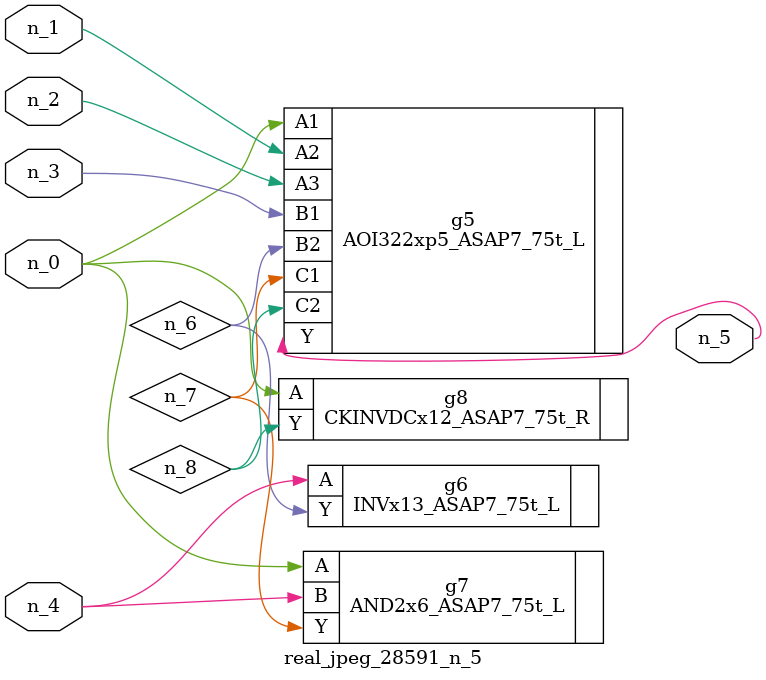
<source format=v>
module real_jpeg_28591_n_5 (n_4, n_0, n_1, n_2, n_3, n_5);

input n_4;
input n_0;
input n_1;
input n_2;
input n_3;

output n_5;

wire n_8;
wire n_6;
wire n_7;

AOI322xp5_ASAP7_75t_L g5 ( 
.A1(n_0),
.A2(n_1),
.A3(n_2),
.B1(n_3),
.B2(n_6),
.C1(n_7),
.C2(n_8),
.Y(n_5)
);

AND2x6_ASAP7_75t_L g7 ( 
.A(n_0),
.B(n_4),
.Y(n_7)
);

CKINVDCx12_ASAP7_75t_R g8 ( 
.A(n_0),
.Y(n_8)
);

INVx13_ASAP7_75t_L g6 ( 
.A(n_4),
.Y(n_6)
);


endmodule
</source>
